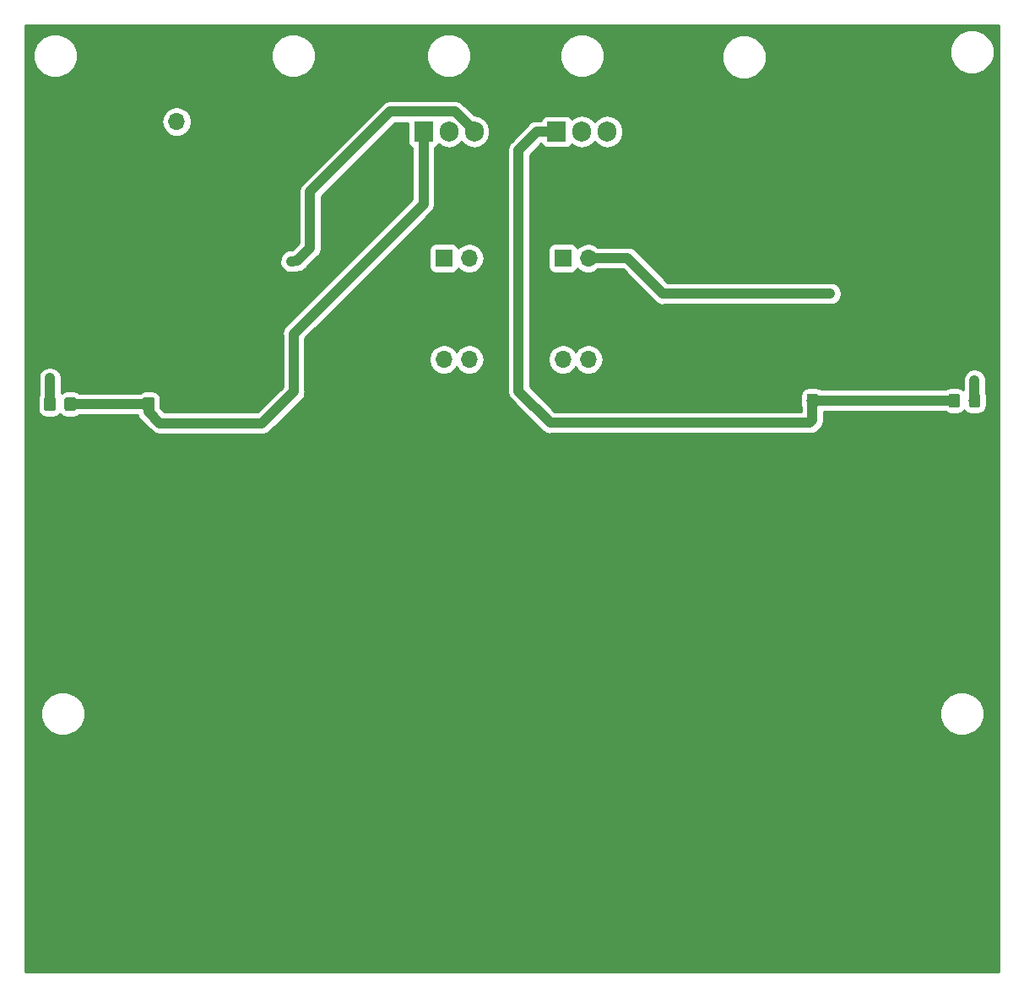
<source format=gbr>
G04 #@! TF.GenerationSoftware,KiCad,Pcbnew,(5.0.0-3-g5ebb6b6)*
G04 #@! TF.CreationDate,2019-02-06T10:52:08+00:00*
G04 #@! TF.ProjectId,AdjustablePSU,41646A75737461626C655053552E6B69,rev?*
G04 #@! TF.SameCoordinates,Original*
G04 #@! TF.FileFunction,Copper,L2,Bot,Signal*
G04 #@! TF.FilePolarity,Positive*
%FSLAX46Y46*%
G04 Gerber Fmt 4.6, Leading zero omitted, Abs format (unit mm)*
G04 Created by KiCad (PCBNEW (5.0.0-3-g5ebb6b6)) date Wednesday, 06 February 2019 at 10:52:08*
%MOMM*%
%LPD*%
G01*
G04 APERTURE LIST*
G04 #@! TA.AperFunction,ComponentPad*
%ADD10R,1.905000X2.000000*%
G04 #@! TD*
G04 #@! TA.AperFunction,ComponentPad*
%ADD11O,1.905000X2.000000*%
G04 #@! TD*
G04 #@! TA.AperFunction,ComponentPad*
%ADD12R,1.700000X1.700000*%
G04 #@! TD*
G04 #@! TA.AperFunction,ComponentPad*
%ADD13O,1.700000X1.700000*%
G04 #@! TD*
G04 #@! TA.AperFunction,Conductor*
%ADD14C,0.100000*%
G04 #@! TD*
G04 #@! TA.AperFunction,SMDPad,CuDef*
%ADD15C,1.150000*%
G04 #@! TD*
G04 #@! TA.AperFunction,ViaPad*
%ADD16C,0.800000*%
G04 #@! TD*
G04 #@! TA.AperFunction,Conductor*
%ADD17C,1.000000*%
G04 #@! TD*
G04 #@! TA.AperFunction,Conductor*
%ADD18C,0.254000*%
G04 #@! TD*
G04 APERTURE END LIST*
D10*
G04 #@! TO.P,U_POSREG1,1*
G04 #@! TO.N,Net-(R_POSREG1-Pad2)*
X153035000Y-67310000D03*
D11*
G04 #@! TO.P,U_POSREG1,2*
G04 #@! TO.N,/12VDC_POS_REG*
X155575000Y-67310000D03*
G04 #@! TO.P,U_POSREG1,3*
G04 #@! TO.N,/DC_POS_IN*
X158115000Y-67310000D03*
G04 #@! TD*
D12*
G04 #@! TO.P,J_OUT1,1*
G04 #@! TO.N,/12VDC_POS_REG*
X141732000Y-80010000D03*
D13*
G04 #@! TO.P,J_OUT1,2*
X144272000Y-80010000D03*
G04 #@! TO.P,J_OUT1,3*
G04 #@! TO.N,GND*
X141732000Y-82550000D03*
G04 #@! TO.P,J_OUT1,4*
X144272000Y-82550000D03*
G04 #@! TO.P,J_OUT1,5*
X141732000Y-85090000D03*
G04 #@! TO.P,J_OUT1,6*
X144272000Y-85090000D03*
G04 #@! TO.P,J_OUT1,7*
X141732000Y-87630000D03*
G04 #@! TO.P,J_OUT1,8*
X144272000Y-87630000D03*
G04 #@! TO.P,J_OUT1,9*
G04 #@! TO.N,/12VDC_NEG_REG*
X141732000Y-90170000D03*
G04 #@! TO.P,J_OUT1,10*
X144272000Y-90170000D03*
G04 #@! TD*
D11*
G04 #@! TO.P,U_NEGREG1,3*
G04 #@! TO.N,/12VDC_NEG_REG*
X144780000Y-67310000D03*
G04 #@! TO.P,U_NEGREG1,2*
G04 #@! TO.N,/DC_NEG_IN*
X142240000Y-67310000D03*
D10*
G04 #@! TO.P,U_NEGREG1,1*
G04 #@! TO.N,Net-(R_NEGREG1-Pad2)*
X139700000Y-67310000D03*
G04 #@! TD*
D12*
G04 #@! TO.P,J_OUT2,1*
G04 #@! TO.N,/12VDC_POS_REG*
X153670000Y-80010000D03*
D13*
G04 #@! TO.P,J_OUT2,2*
X156210000Y-80010000D03*
G04 #@! TO.P,J_OUT2,3*
G04 #@! TO.N,GND*
X153670000Y-82550000D03*
G04 #@! TO.P,J_OUT2,4*
X156210000Y-82550000D03*
G04 #@! TO.P,J_OUT2,5*
X153670000Y-85090000D03*
G04 #@! TO.P,J_OUT2,6*
X156210000Y-85090000D03*
G04 #@! TO.P,J_OUT2,7*
X153670000Y-87630000D03*
G04 #@! TO.P,J_OUT2,8*
X156210000Y-87630000D03*
G04 #@! TO.P,J_OUT2,9*
G04 #@! TO.N,/12VDC_NEG_REG*
X153670000Y-90170000D03*
G04 #@! TO.P,J_OUT2,10*
X156210000Y-90170000D03*
G04 #@! TD*
D12*
G04 #@! TO.P,J_PWR1,1*
G04 #@! TO.N,GND*
X112395000Y-66294000D03*
D13*
G04 #@! TO.P,J_PWR1,2*
G04 #@! TO.N,/AC_IN*
X114935000Y-66294000D03*
G04 #@! TD*
D14*
G04 #@! TO.N,Net-(R_NEGREG1-Pad2)*
G04 #@! TO.C,R_NEGREG1*
G36*
X104617798Y-93949204D02*
X104642066Y-93952804D01*
X104665865Y-93958765D01*
X104688964Y-93967030D01*
X104711143Y-93977520D01*
X104732186Y-93990132D01*
X104751892Y-94004747D01*
X104770070Y-94021223D01*
X104786546Y-94039401D01*
X104801161Y-94059107D01*
X104813773Y-94080150D01*
X104824263Y-94102329D01*
X104832528Y-94125428D01*
X104838489Y-94149227D01*
X104842089Y-94173495D01*
X104843293Y-94197999D01*
X104843293Y-95098001D01*
X104842089Y-95122505D01*
X104838489Y-95146773D01*
X104832528Y-95170572D01*
X104824263Y-95193671D01*
X104813773Y-95215850D01*
X104801161Y-95236893D01*
X104786546Y-95256599D01*
X104770070Y-95274777D01*
X104751892Y-95291253D01*
X104732186Y-95305868D01*
X104711143Y-95318480D01*
X104688964Y-95328970D01*
X104665865Y-95337235D01*
X104642066Y-95343196D01*
X104617798Y-95346796D01*
X104593294Y-95348000D01*
X103943292Y-95348000D01*
X103918788Y-95346796D01*
X103894520Y-95343196D01*
X103870721Y-95337235D01*
X103847622Y-95328970D01*
X103825443Y-95318480D01*
X103804400Y-95305868D01*
X103784694Y-95291253D01*
X103766516Y-95274777D01*
X103750040Y-95256599D01*
X103735425Y-95236893D01*
X103722813Y-95215850D01*
X103712323Y-95193671D01*
X103704058Y-95170572D01*
X103698097Y-95146773D01*
X103694497Y-95122505D01*
X103693293Y-95098001D01*
X103693293Y-94197999D01*
X103694497Y-94173495D01*
X103698097Y-94149227D01*
X103704058Y-94125428D01*
X103712323Y-94102329D01*
X103722813Y-94080150D01*
X103735425Y-94059107D01*
X103750040Y-94039401D01*
X103766516Y-94021223D01*
X103784694Y-94004747D01*
X103804400Y-93990132D01*
X103825443Y-93977520D01*
X103847622Y-93967030D01*
X103870721Y-93958765D01*
X103894520Y-93952804D01*
X103918788Y-93949204D01*
X103943292Y-93948000D01*
X104593294Y-93948000D01*
X104617798Y-93949204D01*
X104617798Y-93949204D01*
G37*
D15*
G04 #@! TD*
G04 #@! TO.P,R_NEGREG1,2*
G04 #@! TO.N,Net-(R_NEGREG1-Pad2)*
X104268293Y-94648000D03*
D14*
G04 #@! TO.N,/12VDC_NEG_REG*
G04 #@! TO.C,R_NEGREG1*
G36*
X102567798Y-93949204D02*
X102592066Y-93952804D01*
X102615865Y-93958765D01*
X102638964Y-93967030D01*
X102661143Y-93977520D01*
X102682186Y-93990132D01*
X102701892Y-94004747D01*
X102720070Y-94021223D01*
X102736546Y-94039401D01*
X102751161Y-94059107D01*
X102763773Y-94080150D01*
X102774263Y-94102329D01*
X102782528Y-94125428D01*
X102788489Y-94149227D01*
X102792089Y-94173495D01*
X102793293Y-94197999D01*
X102793293Y-95098001D01*
X102792089Y-95122505D01*
X102788489Y-95146773D01*
X102782528Y-95170572D01*
X102774263Y-95193671D01*
X102763773Y-95215850D01*
X102751161Y-95236893D01*
X102736546Y-95256599D01*
X102720070Y-95274777D01*
X102701892Y-95291253D01*
X102682186Y-95305868D01*
X102661143Y-95318480D01*
X102638964Y-95328970D01*
X102615865Y-95337235D01*
X102592066Y-95343196D01*
X102567798Y-95346796D01*
X102543294Y-95348000D01*
X101893292Y-95348000D01*
X101868788Y-95346796D01*
X101844520Y-95343196D01*
X101820721Y-95337235D01*
X101797622Y-95328970D01*
X101775443Y-95318480D01*
X101754400Y-95305868D01*
X101734694Y-95291253D01*
X101716516Y-95274777D01*
X101700040Y-95256599D01*
X101685425Y-95236893D01*
X101672813Y-95215850D01*
X101662323Y-95193671D01*
X101654058Y-95170572D01*
X101648097Y-95146773D01*
X101644497Y-95122505D01*
X101643293Y-95098001D01*
X101643293Y-94197999D01*
X101644497Y-94173495D01*
X101648097Y-94149227D01*
X101654058Y-94125428D01*
X101662323Y-94102329D01*
X101672813Y-94080150D01*
X101685425Y-94059107D01*
X101700040Y-94039401D01*
X101716516Y-94021223D01*
X101734694Y-94004747D01*
X101754400Y-93990132D01*
X101775443Y-93977520D01*
X101797622Y-93967030D01*
X101820721Y-93958765D01*
X101844520Y-93952804D01*
X101868788Y-93949204D01*
X101893292Y-93948000D01*
X102543294Y-93948000D01*
X102567798Y-93949204D01*
X102567798Y-93949204D01*
G37*
D15*
G04 #@! TD*
G04 #@! TO.P,R_NEGREG1,1*
G04 #@! TO.N,/12VDC_NEG_REG*
X102218293Y-94648000D03*
D14*
G04 #@! TO.N,Net-(R_NEGREG1-Pad2)*
G04 #@! TO.C,R_NEGREG2*
G36*
X112473798Y-93949204D02*
X112498066Y-93952804D01*
X112521865Y-93958765D01*
X112544964Y-93967030D01*
X112567143Y-93977520D01*
X112588186Y-93990132D01*
X112607892Y-94004747D01*
X112626070Y-94021223D01*
X112642546Y-94039401D01*
X112657161Y-94059107D01*
X112669773Y-94080150D01*
X112680263Y-94102329D01*
X112688528Y-94125428D01*
X112694489Y-94149227D01*
X112698089Y-94173495D01*
X112699293Y-94197999D01*
X112699293Y-95098001D01*
X112698089Y-95122505D01*
X112694489Y-95146773D01*
X112688528Y-95170572D01*
X112680263Y-95193671D01*
X112669773Y-95215850D01*
X112657161Y-95236893D01*
X112642546Y-95256599D01*
X112626070Y-95274777D01*
X112607892Y-95291253D01*
X112588186Y-95305868D01*
X112567143Y-95318480D01*
X112544964Y-95328970D01*
X112521865Y-95337235D01*
X112498066Y-95343196D01*
X112473798Y-95346796D01*
X112449294Y-95348000D01*
X111799292Y-95348000D01*
X111774788Y-95346796D01*
X111750520Y-95343196D01*
X111726721Y-95337235D01*
X111703622Y-95328970D01*
X111681443Y-95318480D01*
X111660400Y-95305868D01*
X111640694Y-95291253D01*
X111622516Y-95274777D01*
X111606040Y-95256599D01*
X111591425Y-95236893D01*
X111578813Y-95215850D01*
X111568323Y-95193671D01*
X111560058Y-95170572D01*
X111554097Y-95146773D01*
X111550497Y-95122505D01*
X111549293Y-95098001D01*
X111549293Y-94197999D01*
X111550497Y-94173495D01*
X111554097Y-94149227D01*
X111560058Y-94125428D01*
X111568323Y-94102329D01*
X111578813Y-94080150D01*
X111591425Y-94059107D01*
X111606040Y-94039401D01*
X111622516Y-94021223D01*
X111640694Y-94004747D01*
X111660400Y-93990132D01*
X111681443Y-93977520D01*
X111703622Y-93967030D01*
X111726721Y-93958765D01*
X111750520Y-93952804D01*
X111774788Y-93949204D01*
X111799292Y-93948000D01*
X112449294Y-93948000D01*
X112473798Y-93949204D01*
X112473798Y-93949204D01*
G37*
D15*
G04 #@! TD*
G04 #@! TO.P,R_NEGREG2,1*
G04 #@! TO.N,Net-(R_NEGREG1-Pad2)*
X112124293Y-94648000D03*
D14*
G04 #@! TO.N,GND*
G04 #@! TO.C,R_NEGREG2*
G36*
X114523798Y-93949204D02*
X114548066Y-93952804D01*
X114571865Y-93958765D01*
X114594964Y-93967030D01*
X114617143Y-93977520D01*
X114638186Y-93990132D01*
X114657892Y-94004747D01*
X114676070Y-94021223D01*
X114692546Y-94039401D01*
X114707161Y-94059107D01*
X114719773Y-94080150D01*
X114730263Y-94102329D01*
X114738528Y-94125428D01*
X114744489Y-94149227D01*
X114748089Y-94173495D01*
X114749293Y-94197999D01*
X114749293Y-95098001D01*
X114748089Y-95122505D01*
X114744489Y-95146773D01*
X114738528Y-95170572D01*
X114730263Y-95193671D01*
X114719773Y-95215850D01*
X114707161Y-95236893D01*
X114692546Y-95256599D01*
X114676070Y-95274777D01*
X114657892Y-95291253D01*
X114638186Y-95305868D01*
X114617143Y-95318480D01*
X114594964Y-95328970D01*
X114571865Y-95337235D01*
X114548066Y-95343196D01*
X114523798Y-95346796D01*
X114499294Y-95348000D01*
X113849292Y-95348000D01*
X113824788Y-95346796D01*
X113800520Y-95343196D01*
X113776721Y-95337235D01*
X113753622Y-95328970D01*
X113731443Y-95318480D01*
X113710400Y-95305868D01*
X113690694Y-95291253D01*
X113672516Y-95274777D01*
X113656040Y-95256599D01*
X113641425Y-95236893D01*
X113628813Y-95215850D01*
X113618323Y-95193671D01*
X113610058Y-95170572D01*
X113604097Y-95146773D01*
X113600497Y-95122505D01*
X113599293Y-95098001D01*
X113599293Y-94197999D01*
X113600497Y-94173495D01*
X113604097Y-94149227D01*
X113610058Y-94125428D01*
X113618323Y-94102329D01*
X113628813Y-94080150D01*
X113641425Y-94059107D01*
X113656040Y-94039401D01*
X113672516Y-94021223D01*
X113690694Y-94004747D01*
X113710400Y-93990132D01*
X113731443Y-93977520D01*
X113753622Y-93967030D01*
X113776721Y-93958765D01*
X113800520Y-93952804D01*
X113824788Y-93949204D01*
X113849292Y-93948000D01*
X114499294Y-93948000D01*
X114523798Y-93949204D01*
X114523798Y-93949204D01*
G37*
D15*
G04 #@! TD*
G04 #@! TO.P,R_NEGREG2,2*
G04 #@! TO.N,GND*
X114174293Y-94648000D03*
D14*
G04 #@! TO.N,Net-(R_POSREG1-Pad2)*
G04 #@! TO.C,R_POSREG1*
G36*
X193253505Y-93599714D02*
X193277773Y-93603314D01*
X193301572Y-93609275D01*
X193324671Y-93617540D01*
X193346850Y-93628030D01*
X193367893Y-93640642D01*
X193387599Y-93655257D01*
X193405777Y-93671733D01*
X193422253Y-93689911D01*
X193436868Y-93709617D01*
X193449480Y-93730660D01*
X193459970Y-93752839D01*
X193468235Y-93775938D01*
X193474196Y-93799737D01*
X193477796Y-93824005D01*
X193479000Y-93848509D01*
X193479000Y-94748511D01*
X193477796Y-94773015D01*
X193474196Y-94797283D01*
X193468235Y-94821082D01*
X193459970Y-94844181D01*
X193449480Y-94866360D01*
X193436868Y-94887403D01*
X193422253Y-94907109D01*
X193405777Y-94925287D01*
X193387599Y-94941763D01*
X193367893Y-94956378D01*
X193346850Y-94968990D01*
X193324671Y-94979480D01*
X193301572Y-94987745D01*
X193277773Y-94993706D01*
X193253505Y-94997306D01*
X193229001Y-94998510D01*
X192578999Y-94998510D01*
X192554495Y-94997306D01*
X192530227Y-94993706D01*
X192506428Y-94987745D01*
X192483329Y-94979480D01*
X192461150Y-94968990D01*
X192440107Y-94956378D01*
X192420401Y-94941763D01*
X192402223Y-94925287D01*
X192385747Y-94907109D01*
X192371132Y-94887403D01*
X192358520Y-94866360D01*
X192348030Y-94844181D01*
X192339765Y-94821082D01*
X192333804Y-94797283D01*
X192330204Y-94773015D01*
X192329000Y-94748511D01*
X192329000Y-93848509D01*
X192330204Y-93824005D01*
X192333804Y-93799737D01*
X192339765Y-93775938D01*
X192348030Y-93752839D01*
X192358520Y-93730660D01*
X192371132Y-93709617D01*
X192385747Y-93689911D01*
X192402223Y-93671733D01*
X192420401Y-93655257D01*
X192440107Y-93640642D01*
X192461150Y-93628030D01*
X192483329Y-93617540D01*
X192506428Y-93609275D01*
X192530227Y-93603314D01*
X192554495Y-93599714D01*
X192578999Y-93598510D01*
X193229001Y-93598510D01*
X193253505Y-93599714D01*
X193253505Y-93599714D01*
G37*
D15*
G04 #@! TD*
G04 #@! TO.P,R_POSREG1,2*
G04 #@! TO.N,Net-(R_POSREG1-Pad2)*
X192904000Y-94298510D03*
D14*
G04 #@! TO.N,/12VDC_POS_REG*
G04 #@! TO.C,R_POSREG1*
G36*
X195303505Y-93599714D02*
X195327773Y-93603314D01*
X195351572Y-93609275D01*
X195374671Y-93617540D01*
X195396850Y-93628030D01*
X195417893Y-93640642D01*
X195437599Y-93655257D01*
X195455777Y-93671733D01*
X195472253Y-93689911D01*
X195486868Y-93709617D01*
X195499480Y-93730660D01*
X195509970Y-93752839D01*
X195518235Y-93775938D01*
X195524196Y-93799737D01*
X195527796Y-93824005D01*
X195529000Y-93848509D01*
X195529000Y-94748511D01*
X195527796Y-94773015D01*
X195524196Y-94797283D01*
X195518235Y-94821082D01*
X195509970Y-94844181D01*
X195499480Y-94866360D01*
X195486868Y-94887403D01*
X195472253Y-94907109D01*
X195455777Y-94925287D01*
X195437599Y-94941763D01*
X195417893Y-94956378D01*
X195396850Y-94968990D01*
X195374671Y-94979480D01*
X195351572Y-94987745D01*
X195327773Y-94993706D01*
X195303505Y-94997306D01*
X195279001Y-94998510D01*
X194628999Y-94998510D01*
X194604495Y-94997306D01*
X194580227Y-94993706D01*
X194556428Y-94987745D01*
X194533329Y-94979480D01*
X194511150Y-94968990D01*
X194490107Y-94956378D01*
X194470401Y-94941763D01*
X194452223Y-94925287D01*
X194435747Y-94907109D01*
X194421132Y-94887403D01*
X194408520Y-94866360D01*
X194398030Y-94844181D01*
X194389765Y-94821082D01*
X194383804Y-94797283D01*
X194380204Y-94773015D01*
X194379000Y-94748511D01*
X194379000Y-93848509D01*
X194380204Y-93824005D01*
X194383804Y-93799737D01*
X194389765Y-93775938D01*
X194398030Y-93752839D01*
X194408520Y-93730660D01*
X194421132Y-93709617D01*
X194435747Y-93689911D01*
X194452223Y-93671733D01*
X194470401Y-93655257D01*
X194490107Y-93640642D01*
X194511150Y-93628030D01*
X194533329Y-93617540D01*
X194556428Y-93609275D01*
X194580227Y-93603314D01*
X194604495Y-93599714D01*
X194628999Y-93598510D01*
X195279001Y-93598510D01*
X195303505Y-93599714D01*
X195303505Y-93599714D01*
G37*
D15*
G04 #@! TD*
G04 #@! TO.P,R_POSREG1,1*
G04 #@! TO.N,/12VDC_POS_REG*
X194954000Y-94298510D03*
D14*
G04 #@! TO.N,Net-(R_POSREG1-Pad2)*
G04 #@! TO.C,R_POSREG2*
G36*
X179047505Y-93599714D02*
X179071773Y-93603314D01*
X179095572Y-93609275D01*
X179118671Y-93617540D01*
X179140850Y-93628030D01*
X179161893Y-93640642D01*
X179181599Y-93655257D01*
X179199777Y-93671733D01*
X179216253Y-93689911D01*
X179230868Y-93709617D01*
X179243480Y-93730660D01*
X179253970Y-93752839D01*
X179262235Y-93775938D01*
X179268196Y-93799737D01*
X179271796Y-93824005D01*
X179273000Y-93848509D01*
X179273000Y-94748511D01*
X179271796Y-94773015D01*
X179268196Y-94797283D01*
X179262235Y-94821082D01*
X179253970Y-94844181D01*
X179243480Y-94866360D01*
X179230868Y-94887403D01*
X179216253Y-94907109D01*
X179199777Y-94925287D01*
X179181599Y-94941763D01*
X179161893Y-94956378D01*
X179140850Y-94968990D01*
X179118671Y-94979480D01*
X179095572Y-94987745D01*
X179071773Y-94993706D01*
X179047505Y-94997306D01*
X179023001Y-94998510D01*
X178372999Y-94998510D01*
X178348495Y-94997306D01*
X178324227Y-94993706D01*
X178300428Y-94987745D01*
X178277329Y-94979480D01*
X178255150Y-94968990D01*
X178234107Y-94956378D01*
X178214401Y-94941763D01*
X178196223Y-94925287D01*
X178179747Y-94907109D01*
X178165132Y-94887403D01*
X178152520Y-94866360D01*
X178142030Y-94844181D01*
X178133765Y-94821082D01*
X178127804Y-94797283D01*
X178124204Y-94773015D01*
X178123000Y-94748511D01*
X178123000Y-93848509D01*
X178124204Y-93824005D01*
X178127804Y-93799737D01*
X178133765Y-93775938D01*
X178142030Y-93752839D01*
X178152520Y-93730660D01*
X178165132Y-93709617D01*
X178179747Y-93689911D01*
X178196223Y-93671733D01*
X178214401Y-93655257D01*
X178234107Y-93640642D01*
X178255150Y-93628030D01*
X178277329Y-93617540D01*
X178300428Y-93609275D01*
X178324227Y-93603314D01*
X178348495Y-93599714D01*
X178372999Y-93598510D01*
X179023001Y-93598510D01*
X179047505Y-93599714D01*
X179047505Y-93599714D01*
G37*
D15*
G04 #@! TD*
G04 #@! TO.P,R_POSREG2,1*
G04 #@! TO.N,Net-(R_POSREG1-Pad2)*
X178698000Y-94298510D03*
D14*
G04 #@! TO.N,GND*
G04 #@! TO.C,R_POSREG2*
G36*
X176997505Y-93599714D02*
X177021773Y-93603314D01*
X177045572Y-93609275D01*
X177068671Y-93617540D01*
X177090850Y-93628030D01*
X177111893Y-93640642D01*
X177131599Y-93655257D01*
X177149777Y-93671733D01*
X177166253Y-93689911D01*
X177180868Y-93709617D01*
X177193480Y-93730660D01*
X177203970Y-93752839D01*
X177212235Y-93775938D01*
X177218196Y-93799737D01*
X177221796Y-93824005D01*
X177223000Y-93848509D01*
X177223000Y-94748511D01*
X177221796Y-94773015D01*
X177218196Y-94797283D01*
X177212235Y-94821082D01*
X177203970Y-94844181D01*
X177193480Y-94866360D01*
X177180868Y-94887403D01*
X177166253Y-94907109D01*
X177149777Y-94925287D01*
X177131599Y-94941763D01*
X177111893Y-94956378D01*
X177090850Y-94968990D01*
X177068671Y-94979480D01*
X177045572Y-94987745D01*
X177021773Y-94993706D01*
X176997505Y-94997306D01*
X176973001Y-94998510D01*
X176322999Y-94998510D01*
X176298495Y-94997306D01*
X176274227Y-94993706D01*
X176250428Y-94987745D01*
X176227329Y-94979480D01*
X176205150Y-94968990D01*
X176184107Y-94956378D01*
X176164401Y-94941763D01*
X176146223Y-94925287D01*
X176129747Y-94907109D01*
X176115132Y-94887403D01*
X176102520Y-94866360D01*
X176092030Y-94844181D01*
X176083765Y-94821082D01*
X176077804Y-94797283D01*
X176074204Y-94773015D01*
X176073000Y-94748511D01*
X176073000Y-93848509D01*
X176074204Y-93824005D01*
X176077804Y-93799737D01*
X176083765Y-93775938D01*
X176092030Y-93752839D01*
X176102520Y-93730660D01*
X176115132Y-93709617D01*
X176129747Y-93689911D01*
X176146223Y-93671733D01*
X176164401Y-93655257D01*
X176184107Y-93640642D01*
X176205150Y-93628030D01*
X176227329Y-93617540D01*
X176250428Y-93609275D01*
X176274227Y-93603314D01*
X176298495Y-93599714D01*
X176322999Y-93598510D01*
X176973001Y-93598510D01*
X176997505Y-93599714D01*
X176997505Y-93599714D01*
G37*
D15*
G04 #@! TD*
G04 #@! TO.P,R_POSREG2,2*
G04 #@! TO.N,GND*
X176648000Y-94298510D03*
D16*
G04 #@! TO.N,GND*
X117856000Y-88773000D03*
X191008000Y-68376800D03*
X179578000Y-71755000D03*
X179324000Y-88963500D03*
X105410000Y-68580000D03*
X115570000Y-98086000D03*
X137795000Y-98086000D03*
X108839000Y-146431000D03*
X131464000Y-146704000D03*
X160020000Y-98086000D03*
X181610000Y-98086000D03*
X188068000Y-146704000D03*
X167113000Y-146704000D03*
G04 #@! TO.N,/12VDC_NEG_REG*
X102226000Y-92066000D03*
X126390400Y-80314800D03*
G04 #@! TO.N,/12VDC_POS_REG*
X194945000Y-92265500D03*
X180467000Y-83565998D03*
G04 #@! TD*
D17*
G04 #@! TO.N,/12VDC_NEG_REG*
X102226000Y-94640293D02*
X102218293Y-94648000D01*
X102226000Y-92066000D02*
X102226000Y-94640293D01*
X144780000Y-67262500D02*
X144780000Y-67310000D01*
X142827500Y-65310000D02*
X144780000Y-67262500D01*
X136366000Y-65310000D02*
X142827500Y-65310000D01*
X128320800Y-73355200D02*
X136366000Y-65310000D01*
X127050800Y-80264000D02*
X128320800Y-78994000D01*
X128320800Y-78994000D02*
X128320800Y-73355200D01*
X126390400Y-80314800D02*
X127050800Y-80264000D01*
G04 #@! TO.N,/12VDC_POS_REG*
X194945000Y-94289510D02*
X194954000Y-94298510D01*
X194945000Y-92265500D02*
X194945000Y-94289510D01*
X179901315Y-83565998D02*
X180467000Y-83565998D01*
X163702998Y-83565998D02*
X179901315Y-83565998D01*
X160147000Y-80010000D02*
X163702998Y-83565998D01*
X156210000Y-80010000D02*
X160147000Y-80010000D01*
G04 #@! TO.N,Net-(R_NEGREG1-Pad2)*
X104173000Y-94648000D02*
X112124293Y-94648000D01*
X104140000Y-94615000D02*
X104173000Y-94648000D01*
X123507500Y-96583500D02*
X126682500Y-93408500D01*
X113259793Y-96583500D02*
X123507500Y-96583500D01*
X126682500Y-93408500D02*
X126682500Y-87591900D01*
X112124293Y-95448000D02*
X113259793Y-96583500D01*
X139700000Y-74574400D02*
X139700000Y-67310000D01*
X126682500Y-87591900D02*
X139700000Y-74574400D01*
X112124293Y-94648000D02*
X112124293Y-95448000D01*
G04 #@! TO.N,Net-(R_POSREG1-Pad2)*
X178698000Y-94298510D02*
X192904000Y-94298510D01*
X178435000Y-96520000D02*
X178698000Y-96257000D01*
X153035000Y-67310000D02*
X151082500Y-67310000D01*
X151082500Y-67310000D02*
X149225000Y-69167500D01*
X152400000Y-96520000D02*
X178435000Y-96520000D01*
X149225000Y-93345000D02*
X152400000Y-96520000D01*
X178698000Y-96257000D02*
X178698000Y-94298510D01*
X149225000Y-69167500D02*
X149225000Y-93345000D01*
G04 #@! TD*
D18*
G04 #@! TO.N,GND*
G36*
X197385001Y-151665000D02*
X99795000Y-151665000D01*
X99795000Y-125285431D01*
X101270000Y-125285431D01*
X101270000Y-126174569D01*
X101610259Y-126996026D01*
X102238974Y-127624741D01*
X103060431Y-127965000D01*
X103949569Y-127965000D01*
X104771026Y-127624741D01*
X105399741Y-126996026D01*
X105740000Y-126174569D01*
X105740000Y-125285431D01*
X191440000Y-125285431D01*
X191440000Y-126174569D01*
X191780259Y-126996026D01*
X192408974Y-127624741D01*
X193230431Y-127965000D01*
X194119569Y-127965000D01*
X194941026Y-127624741D01*
X195569741Y-126996026D01*
X195910000Y-126174569D01*
X195910000Y-125285431D01*
X195569741Y-124463974D01*
X194941026Y-123835259D01*
X194119569Y-123495000D01*
X193230431Y-123495000D01*
X192408974Y-123835259D01*
X191780259Y-124463974D01*
X191440000Y-125285431D01*
X105740000Y-125285431D01*
X105399741Y-124463974D01*
X104771026Y-123835259D01*
X103949569Y-123495000D01*
X103060431Y-123495000D01*
X102238974Y-123835259D01*
X101610259Y-124463974D01*
X101270000Y-125285431D01*
X99795000Y-125285431D01*
X99795000Y-94197999D01*
X100995853Y-94197999D01*
X100995853Y-95098001D01*
X101064166Y-95441436D01*
X101258707Y-95732586D01*
X101549857Y-95927127D01*
X101893292Y-95995440D01*
X102543294Y-95995440D01*
X102886729Y-95927127D01*
X103177879Y-95732586D01*
X103243293Y-95634687D01*
X103308707Y-95732586D01*
X103599857Y-95927127D01*
X103943292Y-95995440D01*
X104593294Y-95995440D01*
X104936729Y-95927127D01*
X105152429Y-95783000D01*
X111033693Y-95783000D01*
X111055147Y-95890855D01*
X111306005Y-96266289D01*
X111400772Y-96329610D01*
X112378184Y-97307023D01*
X112441504Y-97401789D01*
X112536268Y-97465108D01*
X112536269Y-97465109D01*
X112816938Y-97652646D01*
X113259793Y-97740735D01*
X113371576Y-97718500D01*
X123395717Y-97718500D01*
X123507500Y-97740735D01*
X123619283Y-97718500D01*
X123950355Y-97652646D01*
X124325789Y-97401789D01*
X124389113Y-97307018D01*
X127406021Y-94290110D01*
X127500789Y-94226789D01*
X127751646Y-93851355D01*
X127806619Y-93574987D01*
X127839735Y-93408501D01*
X127817500Y-93296718D01*
X127817500Y-90170000D01*
X140217908Y-90170000D01*
X140333161Y-90749418D01*
X140661375Y-91240625D01*
X141152582Y-91568839D01*
X141585744Y-91655000D01*
X141878256Y-91655000D01*
X142311418Y-91568839D01*
X142802625Y-91240625D01*
X143002000Y-90942239D01*
X143201375Y-91240625D01*
X143692582Y-91568839D01*
X144125744Y-91655000D01*
X144418256Y-91655000D01*
X144851418Y-91568839D01*
X145342625Y-91240625D01*
X145670839Y-90749418D01*
X145786092Y-90170000D01*
X145670839Y-89590582D01*
X145342625Y-89099375D01*
X144851418Y-88771161D01*
X144418256Y-88685000D01*
X144125744Y-88685000D01*
X143692582Y-88771161D01*
X143201375Y-89099375D01*
X143002000Y-89397761D01*
X142802625Y-89099375D01*
X142311418Y-88771161D01*
X141878256Y-88685000D01*
X141585744Y-88685000D01*
X141152582Y-88771161D01*
X140661375Y-89099375D01*
X140333161Y-89590582D01*
X140217908Y-90170000D01*
X127817500Y-90170000D01*
X127817500Y-88062031D01*
X136719531Y-79160000D01*
X140234560Y-79160000D01*
X140234560Y-80860000D01*
X140283843Y-81107765D01*
X140424191Y-81317809D01*
X140634235Y-81458157D01*
X140882000Y-81507440D01*
X142582000Y-81507440D01*
X142829765Y-81458157D01*
X143039809Y-81317809D01*
X143180157Y-81107765D01*
X143189184Y-81062381D01*
X143201375Y-81080625D01*
X143692582Y-81408839D01*
X144125744Y-81495000D01*
X144418256Y-81495000D01*
X144851418Y-81408839D01*
X145342625Y-81080625D01*
X145670839Y-80589418D01*
X145786092Y-80010000D01*
X145670839Y-79430582D01*
X145342625Y-78939375D01*
X144851418Y-78611161D01*
X144418256Y-78525000D01*
X144125744Y-78525000D01*
X143692582Y-78611161D01*
X143201375Y-78939375D01*
X143189184Y-78957619D01*
X143180157Y-78912235D01*
X143039809Y-78702191D01*
X142829765Y-78561843D01*
X142582000Y-78512560D01*
X140882000Y-78512560D01*
X140634235Y-78561843D01*
X140424191Y-78702191D01*
X140283843Y-78912235D01*
X140234560Y-79160000D01*
X136719531Y-79160000D01*
X140423522Y-75456010D01*
X140518289Y-75392689D01*
X140769146Y-75017255D01*
X140835000Y-74686183D01*
X140835000Y-74686182D01*
X140857235Y-74574401D01*
X140835000Y-74462618D01*
X140835000Y-69167500D01*
X148067765Y-69167500D01*
X148090000Y-69279283D01*
X148090001Y-93233212D01*
X148067765Y-93345000D01*
X148155854Y-93787854D01*
X148201158Y-93855656D01*
X148406712Y-94163289D01*
X148501480Y-94226611D01*
X151518389Y-97243521D01*
X151581711Y-97338289D01*
X151771511Y-97465109D01*
X151957145Y-97589146D01*
X152399999Y-97677235D01*
X152511782Y-97655000D01*
X178323217Y-97655000D01*
X178435000Y-97677235D01*
X178546783Y-97655000D01*
X178877855Y-97589146D01*
X179253289Y-97338289D01*
X179316613Y-97243518D01*
X179421519Y-97138612D01*
X179516289Y-97075289D01*
X179767146Y-96699855D01*
X179833000Y-96368783D01*
X179833000Y-96368782D01*
X179855235Y-96257001D01*
X179833000Y-96145218D01*
X179833000Y-95433510D01*
X192019864Y-95433510D01*
X192235564Y-95577637D01*
X192578999Y-95645950D01*
X193229001Y-95645950D01*
X193572436Y-95577637D01*
X193863586Y-95383096D01*
X193929000Y-95285197D01*
X193994414Y-95383096D01*
X194285564Y-95577637D01*
X194628999Y-95645950D01*
X195279001Y-95645950D01*
X195622436Y-95577637D01*
X195913586Y-95383096D01*
X196108127Y-95091946D01*
X196176440Y-94748511D01*
X196176440Y-93848509D01*
X196108127Y-93505074D01*
X196080000Y-93462979D01*
X196080000Y-92153717D01*
X196014146Y-91822645D01*
X195763289Y-91447211D01*
X195387854Y-91196354D01*
X194945000Y-91108265D01*
X194502145Y-91196354D01*
X194126711Y-91447211D01*
X193875854Y-91822646D01*
X193810000Y-92153718D01*
X193810000Y-93178119D01*
X193572436Y-93019383D01*
X193229001Y-92951070D01*
X192578999Y-92951070D01*
X192235564Y-93019383D01*
X192019864Y-93163510D01*
X179582136Y-93163510D01*
X179366436Y-93019383D01*
X179023001Y-92951070D01*
X178372999Y-92951070D01*
X178029564Y-93019383D01*
X177738414Y-93213924D01*
X177543873Y-93505074D01*
X177475560Y-93848509D01*
X177475560Y-94748511D01*
X177543873Y-95091946D01*
X177563001Y-95120572D01*
X177563000Y-95385000D01*
X152870132Y-95385000D01*
X150360000Y-92874869D01*
X150360000Y-90170000D01*
X152155908Y-90170000D01*
X152271161Y-90749418D01*
X152599375Y-91240625D01*
X153090582Y-91568839D01*
X153523744Y-91655000D01*
X153816256Y-91655000D01*
X154249418Y-91568839D01*
X154740625Y-91240625D01*
X154940000Y-90942239D01*
X155139375Y-91240625D01*
X155630582Y-91568839D01*
X156063744Y-91655000D01*
X156356256Y-91655000D01*
X156789418Y-91568839D01*
X157280625Y-91240625D01*
X157608839Y-90749418D01*
X157724092Y-90170000D01*
X157608839Y-89590582D01*
X157280625Y-89099375D01*
X156789418Y-88771161D01*
X156356256Y-88685000D01*
X156063744Y-88685000D01*
X155630582Y-88771161D01*
X155139375Y-89099375D01*
X154940000Y-89397761D01*
X154740625Y-89099375D01*
X154249418Y-88771161D01*
X153816256Y-88685000D01*
X153523744Y-88685000D01*
X153090582Y-88771161D01*
X152599375Y-89099375D01*
X152271161Y-89590582D01*
X152155908Y-90170000D01*
X150360000Y-90170000D01*
X150360000Y-79160000D01*
X152172560Y-79160000D01*
X152172560Y-80860000D01*
X152221843Y-81107765D01*
X152362191Y-81317809D01*
X152572235Y-81458157D01*
X152820000Y-81507440D01*
X154520000Y-81507440D01*
X154767765Y-81458157D01*
X154977809Y-81317809D01*
X155118157Y-81107765D01*
X155127184Y-81062381D01*
X155139375Y-81080625D01*
X155630582Y-81408839D01*
X156063744Y-81495000D01*
X156356256Y-81495000D01*
X156789418Y-81408839D01*
X157184281Y-81145000D01*
X159676869Y-81145000D01*
X162821387Y-84289519D01*
X162884709Y-84384287D01*
X163209040Y-84600998D01*
X163260143Y-84635144D01*
X163702998Y-84723233D01*
X163814781Y-84700998D01*
X180578783Y-84700998D01*
X180909855Y-84635144D01*
X181285289Y-84384287D01*
X181536146Y-84008853D01*
X181624235Y-83565998D01*
X181536146Y-83123143D01*
X181285289Y-82747709D01*
X180909855Y-82496852D01*
X180578783Y-82430998D01*
X164173130Y-82430998D01*
X161028613Y-79286482D01*
X160965289Y-79191711D01*
X160589855Y-78940854D01*
X160258783Y-78875000D01*
X160147000Y-78852765D01*
X160035217Y-78875000D01*
X157184281Y-78875000D01*
X156789418Y-78611161D01*
X156356256Y-78525000D01*
X156063744Y-78525000D01*
X155630582Y-78611161D01*
X155139375Y-78939375D01*
X155127184Y-78957619D01*
X155118157Y-78912235D01*
X154977809Y-78702191D01*
X154767765Y-78561843D01*
X154520000Y-78512560D01*
X152820000Y-78512560D01*
X152572235Y-78561843D01*
X152362191Y-78702191D01*
X152221843Y-78912235D01*
X152172560Y-79160000D01*
X150360000Y-79160000D01*
X150360000Y-69637631D01*
X151476964Y-68520668D01*
X151484343Y-68557765D01*
X151624691Y-68767809D01*
X151834735Y-68908157D01*
X152082500Y-68957440D01*
X153987500Y-68957440D01*
X154235265Y-68908157D01*
X154445309Y-68767809D01*
X154563509Y-68590912D01*
X154955590Y-68852891D01*
X155575000Y-68976100D01*
X156194411Y-68852891D01*
X156719523Y-68502023D01*
X156845000Y-68314233D01*
X156970477Y-68502023D01*
X157495590Y-68852891D01*
X158115000Y-68976100D01*
X158734411Y-68852891D01*
X159259523Y-68502023D01*
X159610391Y-67976910D01*
X159702500Y-67513849D01*
X159702500Y-67106150D01*
X159610391Y-66643089D01*
X159259523Y-66117977D01*
X158734410Y-65767109D01*
X158115000Y-65643900D01*
X157495589Y-65767109D01*
X156970477Y-66117977D01*
X156845000Y-66305767D01*
X156719523Y-66117977D01*
X156194410Y-65767109D01*
X155575000Y-65643900D01*
X154955589Y-65767109D01*
X154563509Y-66029088D01*
X154445309Y-65852191D01*
X154235265Y-65711843D01*
X153987500Y-65662560D01*
X152082500Y-65662560D01*
X151834735Y-65711843D01*
X151624691Y-65852191D01*
X151484343Y-66062235D01*
X151461913Y-66175000D01*
X151194283Y-66175000D01*
X151082500Y-66152765D01*
X150970717Y-66175000D01*
X150639645Y-66240854D01*
X150264211Y-66491711D01*
X150200889Y-66586479D01*
X148501482Y-68285887D01*
X148406711Y-68349211D01*
X148155855Y-68724645D01*
X148155854Y-68724646D01*
X148067765Y-69167500D01*
X140835000Y-69167500D01*
X140835000Y-68921139D01*
X140900265Y-68908157D01*
X141110309Y-68767809D01*
X141228509Y-68590912D01*
X141620590Y-68852891D01*
X142240000Y-68976100D01*
X142859411Y-68852891D01*
X143384523Y-68502023D01*
X143510000Y-68314233D01*
X143635477Y-68502023D01*
X144160590Y-68852891D01*
X144780000Y-68976100D01*
X145399411Y-68852891D01*
X145924523Y-68502023D01*
X146275391Y-67976910D01*
X146367500Y-67513849D01*
X146367500Y-67106150D01*
X146275391Y-66643089D01*
X145924523Y-66117977D01*
X145399410Y-65767109D01*
X144780000Y-65643900D01*
X144768766Y-65646135D01*
X143709113Y-64586482D01*
X143645789Y-64491711D01*
X143270355Y-64240854D01*
X142939283Y-64175000D01*
X142827500Y-64152765D01*
X142715717Y-64175000D01*
X136477783Y-64175000D01*
X136366000Y-64152765D01*
X136254217Y-64175000D01*
X135923145Y-64240854D01*
X135547711Y-64491711D01*
X135484389Y-64586479D01*
X127597280Y-72473589D01*
X127502512Y-72536911D01*
X127316885Y-72814722D01*
X127251654Y-72912346D01*
X127163565Y-73355200D01*
X127185801Y-73466988D01*
X127185800Y-78523868D01*
X126545123Y-79164546D01*
X126191896Y-79191717D01*
X125866850Y-79282769D01*
X125511762Y-79561682D01*
X125290438Y-79955250D01*
X125236574Y-80403555D01*
X125358369Y-80838350D01*
X125637282Y-81193438D01*
X126030850Y-81414762D01*
X126365997Y-81455030D01*
X126982345Y-81407618D01*
X127050800Y-81421235D01*
X127205588Y-81390446D01*
X127249304Y-81387083D01*
X127314973Y-81368688D01*
X127493654Y-81333146D01*
X127531046Y-81308161D01*
X127574350Y-81296031D01*
X127717620Y-81183496D01*
X127774323Y-81145608D01*
X127805326Y-81114605D01*
X127929438Y-81017118D01*
X127963649Y-80956282D01*
X129044321Y-79875611D01*
X129139089Y-79812289D01*
X129389946Y-79436855D01*
X129400189Y-79385362D01*
X129478035Y-78994001D01*
X129455800Y-78882218D01*
X129455800Y-73825331D01*
X136836132Y-66445000D01*
X138100060Y-66445000D01*
X138100060Y-68310000D01*
X138149343Y-68557765D01*
X138289691Y-68767809D01*
X138499735Y-68908157D01*
X138565001Y-68921139D01*
X138565000Y-74104268D01*
X125958980Y-86710289D01*
X125864212Y-86773611D01*
X125678585Y-87051422D01*
X125613354Y-87149046D01*
X125525265Y-87591900D01*
X125547501Y-87703688D01*
X125547500Y-92938368D01*
X123037369Y-95448500D01*
X113729925Y-95448500D01*
X113346733Y-95065308D01*
X113346733Y-94197999D01*
X113278420Y-93854564D01*
X113083879Y-93563414D01*
X112792729Y-93368873D01*
X112449294Y-93300560D01*
X111799292Y-93300560D01*
X111455857Y-93368873D01*
X111240157Y-93513000D01*
X105152429Y-93513000D01*
X104936729Y-93368873D01*
X104593294Y-93300560D01*
X103943292Y-93300560D01*
X103599857Y-93368873D01*
X103361000Y-93528473D01*
X103361000Y-91954217D01*
X103295146Y-91623145D01*
X103044289Y-91247711D01*
X102668854Y-90996854D01*
X102226000Y-90908765D01*
X101783145Y-90996854D01*
X101407711Y-91247711D01*
X101156854Y-91623146D01*
X101091000Y-91954218D01*
X101091001Y-93814403D01*
X101064166Y-93854564D01*
X100995853Y-94197999D01*
X99795000Y-94197999D01*
X99795000Y-66294000D01*
X113420908Y-66294000D01*
X113536161Y-66873418D01*
X113864375Y-67364625D01*
X114355582Y-67692839D01*
X114788744Y-67779000D01*
X115081256Y-67779000D01*
X115514418Y-67692839D01*
X116005625Y-67364625D01*
X116333839Y-66873418D01*
X116449092Y-66294000D01*
X116333839Y-65714582D01*
X116005625Y-65223375D01*
X115514418Y-64895161D01*
X115081256Y-64809000D01*
X114788744Y-64809000D01*
X114355582Y-64895161D01*
X113864375Y-65223375D01*
X113536161Y-65714582D01*
X113420908Y-66294000D01*
X99795000Y-66294000D01*
X99795000Y-59245431D01*
X100508000Y-59245431D01*
X100508000Y-60134569D01*
X100848259Y-60956026D01*
X101476974Y-61584741D01*
X102298431Y-61925000D01*
X103187569Y-61925000D01*
X104009026Y-61584741D01*
X104637741Y-60956026D01*
X104978000Y-60134569D01*
X104978000Y-59245431D01*
X124384000Y-59245431D01*
X124384000Y-60134569D01*
X124724259Y-60956026D01*
X125352974Y-61584741D01*
X126174431Y-61925000D01*
X127063569Y-61925000D01*
X127885026Y-61584741D01*
X128513741Y-60956026D01*
X128854000Y-60134569D01*
X128854000Y-59245431D01*
X140005000Y-59245431D01*
X140005000Y-60134569D01*
X140345259Y-60956026D01*
X140973974Y-61584741D01*
X141795431Y-61925000D01*
X142684569Y-61925000D01*
X143506026Y-61584741D01*
X144134741Y-60956026D01*
X144475000Y-60134569D01*
X144475000Y-59245431D01*
X153340000Y-59245431D01*
X153340000Y-60134569D01*
X153680259Y-60956026D01*
X154308974Y-61584741D01*
X155130431Y-61925000D01*
X156019569Y-61925000D01*
X156841026Y-61584741D01*
X157469741Y-60956026D01*
X157810000Y-60134569D01*
X157810000Y-59372431D01*
X169596000Y-59372431D01*
X169596000Y-60261569D01*
X169936259Y-61083026D01*
X170564974Y-61711741D01*
X171386431Y-62052000D01*
X172275569Y-62052000D01*
X173097026Y-61711741D01*
X173725741Y-61083026D01*
X174066000Y-60261569D01*
X174066000Y-59372431D01*
X173855580Y-58864431D01*
X192456000Y-58864431D01*
X192456000Y-59753569D01*
X192796259Y-60575026D01*
X193424974Y-61203741D01*
X194246431Y-61544000D01*
X195135569Y-61544000D01*
X195957026Y-61203741D01*
X196585741Y-60575026D01*
X196926000Y-59753569D01*
X196926000Y-58864431D01*
X196585741Y-58042974D01*
X195957026Y-57414259D01*
X195135569Y-57074000D01*
X194246431Y-57074000D01*
X193424974Y-57414259D01*
X192796259Y-58042974D01*
X192456000Y-58864431D01*
X173855580Y-58864431D01*
X173725741Y-58550974D01*
X173097026Y-57922259D01*
X172275569Y-57582000D01*
X171386431Y-57582000D01*
X170564974Y-57922259D01*
X169936259Y-58550974D01*
X169596000Y-59372431D01*
X157810000Y-59372431D01*
X157810000Y-59245431D01*
X157469741Y-58423974D01*
X156841026Y-57795259D01*
X156019569Y-57455000D01*
X155130431Y-57455000D01*
X154308974Y-57795259D01*
X153680259Y-58423974D01*
X153340000Y-59245431D01*
X144475000Y-59245431D01*
X144134741Y-58423974D01*
X143506026Y-57795259D01*
X142684569Y-57455000D01*
X141795431Y-57455000D01*
X140973974Y-57795259D01*
X140345259Y-58423974D01*
X140005000Y-59245431D01*
X128854000Y-59245431D01*
X128513741Y-58423974D01*
X127885026Y-57795259D01*
X127063569Y-57455000D01*
X126174431Y-57455000D01*
X125352974Y-57795259D01*
X124724259Y-58423974D01*
X124384000Y-59245431D01*
X104978000Y-59245431D01*
X104637741Y-58423974D01*
X104009026Y-57795259D01*
X103187569Y-57455000D01*
X102298431Y-57455000D01*
X101476974Y-57795259D01*
X100848259Y-58423974D01*
X100508000Y-59245431D01*
X99795000Y-59245431D01*
X99795000Y-56615000D01*
X197385000Y-56615000D01*
X197385001Y-151665000D01*
X197385001Y-151665000D01*
G37*
X197385001Y-151665000D02*
X99795000Y-151665000D01*
X99795000Y-125285431D01*
X101270000Y-125285431D01*
X101270000Y-126174569D01*
X101610259Y-126996026D01*
X102238974Y-127624741D01*
X103060431Y-127965000D01*
X103949569Y-127965000D01*
X104771026Y-127624741D01*
X105399741Y-126996026D01*
X105740000Y-126174569D01*
X105740000Y-125285431D01*
X191440000Y-125285431D01*
X191440000Y-126174569D01*
X191780259Y-126996026D01*
X192408974Y-127624741D01*
X193230431Y-127965000D01*
X194119569Y-127965000D01*
X194941026Y-127624741D01*
X195569741Y-126996026D01*
X195910000Y-126174569D01*
X195910000Y-125285431D01*
X195569741Y-124463974D01*
X194941026Y-123835259D01*
X194119569Y-123495000D01*
X193230431Y-123495000D01*
X192408974Y-123835259D01*
X191780259Y-124463974D01*
X191440000Y-125285431D01*
X105740000Y-125285431D01*
X105399741Y-124463974D01*
X104771026Y-123835259D01*
X103949569Y-123495000D01*
X103060431Y-123495000D01*
X102238974Y-123835259D01*
X101610259Y-124463974D01*
X101270000Y-125285431D01*
X99795000Y-125285431D01*
X99795000Y-94197999D01*
X100995853Y-94197999D01*
X100995853Y-95098001D01*
X101064166Y-95441436D01*
X101258707Y-95732586D01*
X101549857Y-95927127D01*
X101893292Y-95995440D01*
X102543294Y-95995440D01*
X102886729Y-95927127D01*
X103177879Y-95732586D01*
X103243293Y-95634687D01*
X103308707Y-95732586D01*
X103599857Y-95927127D01*
X103943292Y-95995440D01*
X104593294Y-95995440D01*
X104936729Y-95927127D01*
X105152429Y-95783000D01*
X111033693Y-95783000D01*
X111055147Y-95890855D01*
X111306005Y-96266289D01*
X111400772Y-96329610D01*
X112378184Y-97307023D01*
X112441504Y-97401789D01*
X112536268Y-97465108D01*
X112536269Y-97465109D01*
X112816938Y-97652646D01*
X113259793Y-97740735D01*
X113371576Y-97718500D01*
X123395717Y-97718500D01*
X123507500Y-97740735D01*
X123619283Y-97718500D01*
X123950355Y-97652646D01*
X124325789Y-97401789D01*
X124389113Y-97307018D01*
X127406021Y-94290110D01*
X127500789Y-94226789D01*
X127751646Y-93851355D01*
X127806619Y-93574987D01*
X127839735Y-93408501D01*
X127817500Y-93296718D01*
X127817500Y-90170000D01*
X140217908Y-90170000D01*
X140333161Y-90749418D01*
X140661375Y-91240625D01*
X141152582Y-91568839D01*
X141585744Y-91655000D01*
X141878256Y-91655000D01*
X142311418Y-91568839D01*
X142802625Y-91240625D01*
X143002000Y-90942239D01*
X143201375Y-91240625D01*
X143692582Y-91568839D01*
X144125744Y-91655000D01*
X144418256Y-91655000D01*
X144851418Y-91568839D01*
X145342625Y-91240625D01*
X145670839Y-90749418D01*
X145786092Y-90170000D01*
X145670839Y-89590582D01*
X145342625Y-89099375D01*
X144851418Y-88771161D01*
X144418256Y-88685000D01*
X144125744Y-88685000D01*
X143692582Y-88771161D01*
X143201375Y-89099375D01*
X143002000Y-89397761D01*
X142802625Y-89099375D01*
X142311418Y-88771161D01*
X141878256Y-88685000D01*
X141585744Y-88685000D01*
X141152582Y-88771161D01*
X140661375Y-89099375D01*
X140333161Y-89590582D01*
X140217908Y-90170000D01*
X127817500Y-90170000D01*
X127817500Y-88062031D01*
X136719531Y-79160000D01*
X140234560Y-79160000D01*
X140234560Y-80860000D01*
X140283843Y-81107765D01*
X140424191Y-81317809D01*
X140634235Y-81458157D01*
X140882000Y-81507440D01*
X142582000Y-81507440D01*
X142829765Y-81458157D01*
X143039809Y-81317809D01*
X143180157Y-81107765D01*
X143189184Y-81062381D01*
X143201375Y-81080625D01*
X143692582Y-81408839D01*
X144125744Y-81495000D01*
X144418256Y-81495000D01*
X144851418Y-81408839D01*
X145342625Y-81080625D01*
X145670839Y-80589418D01*
X145786092Y-80010000D01*
X145670839Y-79430582D01*
X145342625Y-78939375D01*
X144851418Y-78611161D01*
X144418256Y-78525000D01*
X144125744Y-78525000D01*
X143692582Y-78611161D01*
X143201375Y-78939375D01*
X143189184Y-78957619D01*
X143180157Y-78912235D01*
X143039809Y-78702191D01*
X142829765Y-78561843D01*
X142582000Y-78512560D01*
X140882000Y-78512560D01*
X140634235Y-78561843D01*
X140424191Y-78702191D01*
X140283843Y-78912235D01*
X140234560Y-79160000D01*
X136719531Y-79160000D01*
X140423522Y-75456010D01*
X140518289Y-75392689D01*
X140769146Y-75017255D01*
X140835000Y-74686183D01*
X140835000Y-74686182D01*
X140857235Y-74574401D01*
X140835000Y-74462618D01*
X140835000Y-69167500D01*
X148067765Y-69167500D01*
X148090000Y-69279283D01*
X148090001Y-93233212D01*
X148067765Y-93345000D01*
X148155854Y-93787854D01*
X148201158Y-93855656D01*
X148406712Y-94163289D01*
X148501480Y-94226611D01*
X151518389Y-97243521D01*
X151581711Y-97338289D01*
X151771511Y-97465109D01*
X151957145Y-97589146D01*
X152399999Y-97677235D01*
X152511782Y-97655000D01*
X178323217Y-97655000D01*
X178435000Y-97677235D01*
X178546783Y-97655000D01*
X178877855Y-97589146D01*
X179253289Y-97338289D01*
X179316613Y-97243518D01*
X179421519Y-97138612D01*
X179516289Y-97075289D01*
X179767146Y-96699855D01*
X179833000Y-96368783D01*
X179833000Y-96368782D01*
X179855235Y-96257001D01*
X179833000Y-96145218D01*
X179833000Y-95433510D01*
X192019864Y-95433510D01*
X192235564Y-95577637D01*
X192578999Y-95645950D01*
X193229001Y-95645950D01*
X193572436Y-95577637D01*
X193863586Y-95383096D01*
X193929000Y-95285197D01*
X193994414Y-95383096D01*
X194285564Y-95577637D01*
X194628999Y-95645950D01*
X195279001Y-95645950D01*
X195622436Y-95577637D01*
X195913586Y-95383096D01*
X196108127Y-95091946D01*
X196176440Y-94748511D01*
X196176440Y-93848509D01*
X196108127Y-93505074D01*
X196080000Y-93462979D01*
X196080000Y-92153717D01*
X196014146Y-91822645D01*
X195763289Y-91447211D01*
X195387854Y-91196354D01*
X194945000Y-91108265D01*
X194502145Y-91196354D01*
X194126711Y-91447211D01*
X193875854Y-91822646D01*
X193810000Y-92153718D01*
X193810000Y-93178119D01*
X193572436Y-93019383D01*
X193229001Y-92951070D01*
X192578999Y-92951070D01*
X192235564Y-93019383D01*
X192019864Y-93163510D01*
X179582136Y-93163510D01*
X179366436Y-93019383D01*
X179023001Y-92951070D01*
X178372999Y-92951070D01*
X178029564Y-93019383D01*
X177738414Y-93213924D01*
X177543873Y-93505074D01*
X177475560Y-93848509D01*
X177475560Y-94748511D01*
X177543873Y-95091946D01*
X177563001Y-95120572D01*
X177563000Y-95385000D01*
X152870132Y-95385000D01*
X150360000Y-92874869D01*
X150360000Y-90170000D01*
X152155908Y-90170000D01*
X152271161Y-90749418D01*
X152599375Y-91240625D01*
X153090582Y-91568839D01*
X153523744Y-91655000D01*
X153816256Y-91655000D01*
X154249418Y-91568839D01*
X154740625Y-91240625D01*
X154940000Y-90942239D01*
X155139375Y-91240625D01*
X155630582Y-91568839D01*
X156063744Y-91655000D01*
X156356256Y-91655000D01*
X156789418Y-91568839D01*
X157280625Y-91240625D01*
X157608839Y-90749418D01*
X157724092Y-90170000D01*
X157608839Y-89590582D01*
X157280625Y-89099375D01*
X156789418Y-88771161D01*
X156356256Y-88685000D01*
X156063744Y-88685000D01*
X155630582Y-88771161D01*
X155139375Y-89099375D01*
X154940000Y-89397761D01*
X154740625Y-89099375D01*
X154249418Y-88771161D01*
X153816256Y-88685000D01*
X153523744Y-88685000D01*
X153090582Y-88771161D01*
X152599375Y-89099375D01*
X152271161Y-89590582D01*
X152155908Y-90170000D01*
X150360000Y-90170000D01*
X150360000Y-79160000D01*
X152172560Y-79160000D01*
X152172560Y-80860000D01*
X152221843Y-81107765D01*
X152362191Y-81317809D01*
X152572235Y-81458157D01*
X152820000Y-81507440D01*
X154520000Y-81507440D01*
X154767765Y-81458157D01*
X154977809Y-81317809D01*
X155118157Y-81107765D01*
X155127184Y-81062381D01*
X155139375Y-81080625D01*
X155630582Y-81408839D01*
X156063744Y-81495000D01*
X156356256Y-81495000D01*
X156789418Y-81408839D01*
X157184281Y-81145000D01*
X159676869Y-81145000D01*
X162821387Y-84289519D01*
X162884709Y-84384287D01*
X163209040Y-84600998D01*
X163260143Y-84635144D01*
X163702998Y-84723233D01*
X163814781Y-84700998D01*
X180578783Y-84700998D01*
X180909855Y-84635144D01*
X181285289Y-84384287D01*
X181536146Y-84008853D01*
X181624235Y-83565998D01*
X181536146Y-83123143D01*
X181285289Y-82747709D01*
X180909855Y-82496852D01*
X180578783Y-82430998D01*
X164173130Y-82430998D01*
X161028613Y-79286482D01*
X160965289Y-79191711D01*
X160589855Y-78940854D01*
X160258783Y-78875000D01*
X160147000Y-78852765D01*
X160035217Y-78875000D01*
X157184281Y-78875000D01*
X156789418Y-78611161D01*
X156356256Y-78525000D01*
X156063744Y-78525000D01*
X155630582Y-78611161D01*
X155139375Y-78939375D01*
X155127184Y-78957619D01*
X155118157Y-78912235D01*
X154977809Y-78702191D01*
X154767765Y-78561843D01*
X154520000Y-78512560D01*
X152820000Y-78512560D01*
X152572235Y-78561843D01*
X152362191Y-78702191D01*
X152221843Y-78912235D01*
X152172560Y-79160000D01*
X150360000Y-79160000D01*
X150360000Y-69637631D01*
X151476964Y-68520668D01*
X151484343Y-68557765D01*
X151624691Y-68767809D01*
X151834735Y-68908157D01*
X152082500Y-68957440D01*
X153987500Y-68957440D01*
X154235265Y-68908157D01*
X154445309Y-68767809D01*
X154563509Y-68590912D01*
X154955590Y-68852891D01*
X155575000Y-68976100D01*
X156194411Y-68852891D01*
X156719523Y-68502023D01*
X156845000Y-68314233D01*
X156970477Y-68502023D01*
X157495590Y-68852891D01*
X158115000Y-68976100D01*
X158734411Y-68852891D01*
X159259523Y-68502023D01*
X159610391Y-67976910D01*
X159702500Y-67513849D01*
X159702500Y-67106150D01*
X159610391Y-66643089D01*
X159259523Y-66117977D01*
X158734410Y-65767109D01*
X158115000Y-65643900D01*
X157495589Y-65767109D01*
X156970477Y-66117977D01*
X156845000Y-66305767D01*
X156719523Y-66117977D01*
X156194410Y-65767109D01*
X155575000Y-65643900D01*
X154955589Y-65767109D01*
X154563509Y-66029088D01*
X154445309Y-65852191D01*
X154235265Y-65711843D01*
X153987500Y-65662560D01*
X152082500Y-65662560D01*
X151834735Y-65711843D01*
X151624691Y-65852191D01*
X151484343Y-66062235D01*
X151461913Y-66175000D01*
X151194283Y-66175000D01*
X151082500Y-66152765D01*
X150970717Y-66175000D01*
X150639645Y-66240854D01*
X150264211Y-66491711D01*
X150200889Y-66586479D01*
X148501482Y-68285887D01*
X148406711Y-68349211D01*
X148155855Y-68724645D01*
X148155854Y-68724646D01*
X148067765Y-69167500D01*
X140835000Y-69167500D01*
X140835000Y-68921139D01*
X140900265Y-68908157D01*
X141110309Y-68767809D01*
X141228509Y-68590912D01*
X141620590Y-68852891D01*
X142240000Y-68976100D01*
X142859411Y-68852891D01*
X143384523Y-68502023D01*
X143510000Y-68314233D01*
X143635477Y-68502023D01*
X144160590Y-68852891D01*
X144780000Y-68976100D01*
X145399411Y-68852891D01*
X145924523Y-68502023D01*
X146275391Y-67976910D01*
X146367500Y-67513849D01*
X146367500Y-67106150D01*
X146275391Y-66643089D01*
X145924523Y-66117977D01*
X145399410Y-65767109D01*
X144780000Y-65643900D01*
X144768766Y-65646135D01*
X143709113Y-64586482D01*
X143645789Y-64491711D01*
X143270355Y-64240854D01*
X142939283Y-64175000D01*
X142827500Y-64152765D01*
X142715717Y-64175000D01*
X136477783Y-64175000D01*
X136366000Y-64152765D01*
X136254217Y-64175000D01*
X135923145Y-64240854D01*
X135547711Y-64491711D01*
X135484389Y-64586479D01*
X127597280Y-72473589D01*
X127502512Y-72536911D01*
X127316885Y-72814722D01*
X127251654Y-72912346D01*
X127163565Y-73355200D01*
X127185801Y-73466988D01*
X127185800Y-78523868D01*
X126545123Y-79164546D01*
X126191896Y-79191717D01*
X125866850Y-79282769D01*
X125511762Y-79561682D01*
X125290438Y-79955250D01*
X125236574Y-80403555D01*
X125358369Y-80838350D01*
X125637282Y-81193438D01*
X126030850Y-81414762D01*
X126365997Y-81455030D01*
X126982345Y-81407618D01*
X127050800Y-81421235D01*
X127205588Y-81390446D01*
X127249304Y-81387083D01*
X127314973Y-81368688D01*
X127493654Y-81333146D01*
X127531046Y-81308161D01*
X127574350Y-81296031D01*
X127717620Y-81183496D01*
X127774323Y-81145608D01*
X127805326Y-81114605D01*
X127929438Y-81017118D01*
X127963649Y-80956282D01*
X129044321Y-79875611D01*
X129139089Y-79812289D01*
X129389946Y-79436855D01*
X129400189Y-79385362D01*
X129478035Y-78994001D01*
X129455800Y-78882218D01*
X129455800Y-73825331D01*
X136836132Y-66445000D01*
X138100060Y-66445000D01*
X138100060Y-68310000D01*
X138149343Y-68557765D01*
X138289691Y-68767809D01*
X138499735Y-68908157D01*
X138565001Y-68921139D01*
X138565000Y-74104268D01*
X125958980Y-86710289D01*
X125864212Y-86773611D01*
X125678585Y-87051422D01*
X125613354Y-87149046D01*
X125525265Y-87591900D01*
X125547501Y-87703688D01*
X125547500Y-92938368D01*
X123037369Y-95448500D01*
X113729925Y-95448500D01*
X113346733Y-95065308D01*
X113346733Y-94197999D01*
X113278420Y-93854564D01*
X113083879Y-93563414D01*
X112792729Y-93368873D01*
X112449294Y-93300560D01*
X111799292Y-93300560D01*
X111455857Y-93368873D01*
X111240157Y-93513000D01*
X105152429Y-93513000D01*
X104936729Y-93368873D01*
X104593294Y-93300560D01*
X103943292Y-93300560D01*
X103599857Y-93368873D01*
X103361000Y-93528473D01*
X103361000Y-91954217D01*
X103295146Y-91623145D01*
X103044289Y-91247711D01*
X102668854Y-90996854D01*
X102226000Y-90908765D01*
X101783145Y-90996854D01*
X101407711Y-91247711D01*
X101156854Y-91623146D01*
X101091000Y-91954218D01*
X101091001Y-93814403D01*
X101064166Y-93854564D01*
X100995853Y-94197999D01*
X99795000Y-94197999D01*
X99795000Y-66294000D01*
X113420908Y-66294000D01*
X113536161Y-66873418D01*
X113864375Y-67364625D01*
X114355582Y-67692839D01*
X114788744Y-67779000D01*
X115081256Y-67779000D01*
X115514418Y-67692839D01*
X116005625Y-67364625D01*
X116333839Y-66873418D01*
X116449092Y-66294000D01*
X116333839Y-65714582D01*
X116005625Y-65223375D01*
X115514418Y-64895161D01*
X115081256Y-64809000D01*
X114788744Y-64809000D01*
X114355582Y-64895161D01*
X113864375Y-65223375D01*
X113536161Y-65714582D01*
X113420908Y-66294000D01*
X99795000Y-66294000D01*
X99795000Y-59245431D01*
X100508000Y-59245431D01*
X100508000Y-60134569D01*
X100848259Y-60956026D01*
X101476974Y-61584741D01*
X102298431Y-61925000D01*
X103187569Y-61925000D01*
X104009026Y-61584741D01*
X104637741Y-60956026D01*
X104978000Y-60134569D01*
X104978000Y-59245431D01*
X124384000Y-59245431D01*
X124384000Y-60134569D01*
X124724259Y-60956026D01*
X125352974Y-61584741D01*
X126174431Y-61925000D01*
X127063569Y-61925000D01*
X127885026Y-61584741D01*
X128513741Y-60956026D01*
X128854000Y-60134569D01*
X128854000Y-59245431D01*
X140005000Y-59245431D01*
X140005000Y-60134569D01*
X140345259Y-60956026D01*
X140973974Y-61584741D01*
X141795431Y-61925000D01*
X142684569Y-61925000D01*
X143506026Y-61584741D01*
X144134741Y-60956026D01*
X144475000Y-60134569D01*
X144475000Y-59245431D01*
X153340000Y-59245431D01*
X153340000Y-60134569D01*
X153680259Y-60956026D01*
X154308974Y-61584741D01*
X155130431Y-61925000D01*
X156019569Y-61925000D01*
X156841026Y-61584741D01*
X157469741Y-60956026D01*
X157810000Y-60134569D01*
X157810000Y-59372431D01*
X169596000Y-59372431D01*
X169596000Y-60261569D01*
X169936259Y-61083026D01*
X170564974Y-61711741D01*
X171386431Y-62052000D01*
X172275569Y-62052000D01*
X173097026Y-61711741D01*
X173725741Y-61083026D01*
X174066000Y-60261569D01*
X174066000Y-59372431D01*
X173855580Y-58864431D01*
X192456000Y-58864431D01*
X192456000Y-59753569D01*
X192796259Y-60575026D01*
X193424974Y-61203741D01*
X194246431Y-61544000D01*
X195135569Y-61544000D01*
X195957026Y-61203741D01*
X196585741Y-60575026D01*
X196926000Y-59753569D01*
X196926000Y-58864431D01*
X196585741Y-58042974D01*
X195957026Y-57414259D01*
X195135569Y-57074000D01*
X194246431Y-57074000D01*
X193424974Y-57414259D01*
X192796259Y-58042974D01*
X192456000Y-58864431D01*
X173855580Y-58864431D01*
X173725741Y-58550974D01*
X173097026Y-57922259D01*
X172275569Y-57582000D01*
X171386431Y-57582000D01*
X170564974Y-57922259D01*
X169936259Y-58550974D01*
X169596000Y-59372431D01*
X157810000Y-59372431D01*
X157810000Y-59245431D01*
X157469741Y-58423974D01*
X156841026Y-57795259D01*
X156019569Y-57455000D01*
X155130431Y-57455000D01*
X154308974Y-57795259D01*
X153680259Y-58423974D01*
X153340000Y-59245431D01*
X144475000Y-59245431D01*
X144134741Y-58423974D01*
X143506026Y-57795259D01*
X142684569Y-57455000D01*
X141795431Y-57455000D01*
X140973974Y-57795259D01*
X140345259Y-58423974D01*
X140005000Y-59245431D01*
X128854000Y-59245431D01*
X128513741Y-58423974D01*
X127885026Y-57795259D01*
X127063569Y-57455000D01*
X126174431Y-57455000D01*
X125352974Y-57795259D01*
X124724259Y-58423974D01*
X124384000Y-59245431D01*
X104978000Y-59245431D01*
X104637741Y-58423974D01*
X104009026Y-57795259D01*
X103187569Y-57455000D01*
X102298431Y-57455000D01*
X101476974Y-57795259D01*
X100848259Y-58423974D01*
X100508000Y-59245431D01*
X99795000Y-59245431D01*
X99795000Y-56615000D01*
X197385000Y-56615000D01*
X197385001Y-151665000D01*
G04 #@! TD*
M02*

</source>
